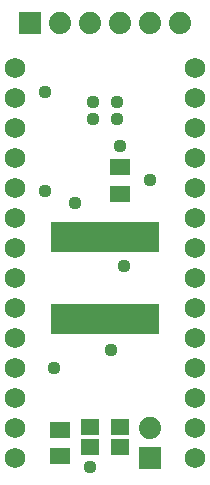
<source format=gts>
%FSLAX25Y25*%
%MOIN*%
G70*
G01*
G75*
G04 Layer_Color=8388736*
%ADD10R,0.05512X0.04921*%
%ADD11R,0.06102X0.04921*%
%ADD12R,0.01772X0.09449*%
%ADD13C,0.00700*%
%ADD14C,0.01500*%
%ADD15C,0.06600*%
%ADD16R,0.06600X0.06600*%
%ADD17C,0.06000*%
%ADD18R,0.06600X0.06600*%
%ADD19C,0.03600*%
%ADD20R,0.04921X0.05512*%
%ADD21C,0.01000*%
%ADD22C,0.00984*%
%ADD23C,0.02362*%
%ADD24C,0.00787*%
%ADD25R,0.06312X0.05721*%
%ADD26R,0.06902X0.05721*%
%ADD27R,0.02572X0.10249*%
%ADD28C,0.07400*%
%ADD29R,0.07400X0.07400*%
%ADD30C,0.06800*%
%ADD31R,0.07400X0.07400*%
%ADD32C,0.04400*%
D25*
X35000Y-126445D02*
D03*
Y-119555D02*
D03*
X25000D02*
D03*
Y-126445D02*
D03*
D26*
X15000Y-129429D02*
D03*
Y-120571D02*
D03*
X35000Y-33071D02*
D03*
Y-41929D02*
D03*
D27*
X13366Y-83780D02*
D03*
X15925D02*
D03*
X18484D02*
D03*
X21043D02*
D03*
X23602D02*
D03*
X26161D02*
D03*
X28721D02*
D03*
X31280D02*
D03*
X33839D02*
D03*
X36398D02*
D03*
X38957D02*
D03*
X41516D02*
D03*
X44075D02*
D03*
X46634D02*
D03*
X13366Y-56221D02*
D03*
X15925D02*
D03*
X18484D02*
D03*
X21043D02*
D03*
X23602D02*
D03*
X26161D02*
D03*
X28721D02*
D03*
X31280D02*
D03*
X33839D02*
D03*
X36398D02*
D03*
X38957D02*
D03*
X41516D02*
D03*
X44075D02*
D03*
X46634D02*
D03*
D28*
X45000Y15000D02*
D03*
X35000D02*
D03*
X25000D02*
D03*
X15000D02*
D03*
X55000D02*
D03*
X45000Y-120000D02*
D03*
D29*
X5000Y15000D02*
D03*
D30*
X60000Y0D02*
D03*
Y-10000D02*
D03*
Y-20000D02*
D03*
Y-30000D02*
D03*
Y-40000D02*
D03*
Y-50000D02*
D03*
Y-60000D02*
D03*
Y-70000D02*
D03*
Y-80000D02*
D03*
Y-90000D02*
D03*
Y-100000D02*
D03*
Y-110000D02*
D03*
Y-120000D02*
D03*
Y-130000D02*
D03*
X0D02*
D03*
Y-120000D02*
D03*
Y-110000D02*
D03*
Y-100000D02*
D03*
Y-90000D02*
D03*
Y-80000D02*
D03*
Y-70000D02*
D03*
Y-60000D02*
D03*
Y-50000D02*
D03*
Y-40000D02*
D03*
Y-30000D02*
D03*
Y-20000D02*
D03*
Y-10000D02*
D03*
Y0D02*
D03*
D31*
X45000Y-130000D02*
D03*
D32*
X35000Y-26000D02*
D03*
X36398Y-66102D02*
D03*
X45000Y-37500D02*
D03*
X32000Y-94000D02*
D03*
X10000Y-41000D02*
D03*
X20000Y-45000D02*
D03*
X13000Y-100000D02*
D03*
X25000Y-133000D02*
D03*
X10000Y-8000D02*
D03*
X26000Y-11500D02*
D03*
X34000D02*
D03*
X26000Y-17000D02*
D03*
X34000D02*
D03*
M02*

</source>
